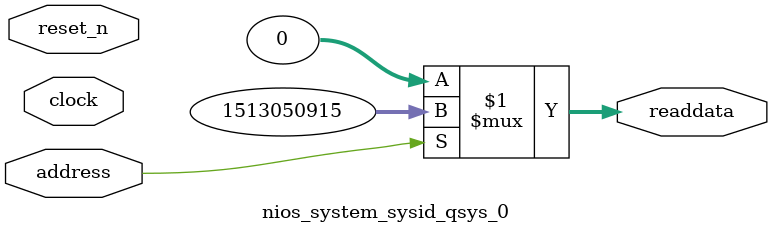
<source format=v>

`timescale 1ns / 1ps
// synthesis translate_on

// turn off superfluous verilog processor warnings 
// altera message_level Level1 
// altera message_off 10034 10035 10036 10037 10230 10240 10030 

module nios_system_sysid_qsys_0 (
               // inputs:
                address,
                clock,
                reset_n,

               // outputs:
                readdata
             )
;

  output  [ 31: 0] readdata;
  input            address;
  input            clock;
  input            reset_n;

  wire    [ 31: 0] readdata;
  //control_slave, which is an e_avalon_slave
  assign readdata = address ? 1513050915 : 0;

endmodule




</source>
